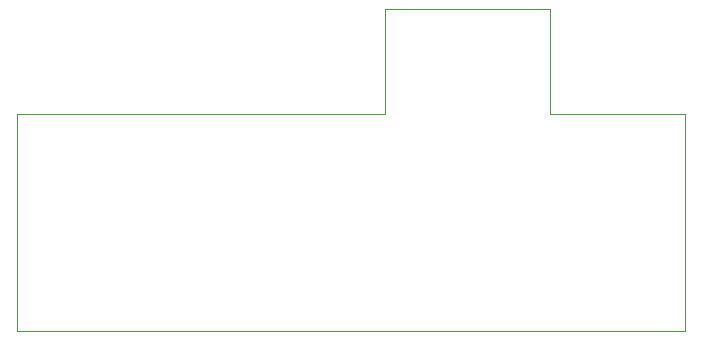
<source format=gm1>
G04 #@! TF.GenerationSoftware,KiCad,Pcbnew,(6.0.5)*
G04 #@! TF.CreationDate,2023-11-13T21:53:35+01:00*
G04 #@! TF.ProjectId,c128-u3-gal,63313238-2d75-4332-9d67-616c2e6b6963,1*
G04 #@! TF.SameCoordinates,Original*
G04 #@! TF.FileFunction,Profile,NP*
%FSLAX46Y46*%
G04 Gerber Fmt 4.6, Leading zero omitted, Abs format (unit mm)*
G04 Created by KiCad (PCBNEW (6.0.5)) date 2023-11-13 21:53:35*
%MOMM*%
%LPD*%
G01*
G04 APERTURE LIST*
G04 #@! TA.AperFunction,Profile*
%ADD10C,0.100000*%
G04 #@! TD*
G04 APERTURE END LIST*
D10*
X164465000Y-81915000D02*
X150495000Y-81915000D01*
X175895000Y-90805000D02*
X164465000Y-90805000D01*
X150495000Y-90805000D02*
X119380000Y-90805000D01*
X119380000Y-109220000D02*
X175895000Y-109220000D01*
X150495000Y-81915000D02*
X150495000Y-90805000D01*
X119380000Y-90805000D02*
X119380000Y-109220000D01*
X164465000Y-90805000D02*
X164465000Y-81915000D01*
X175895000Y-109220000D02*
X175895000Y-90805000D01*
M02*

</source>
